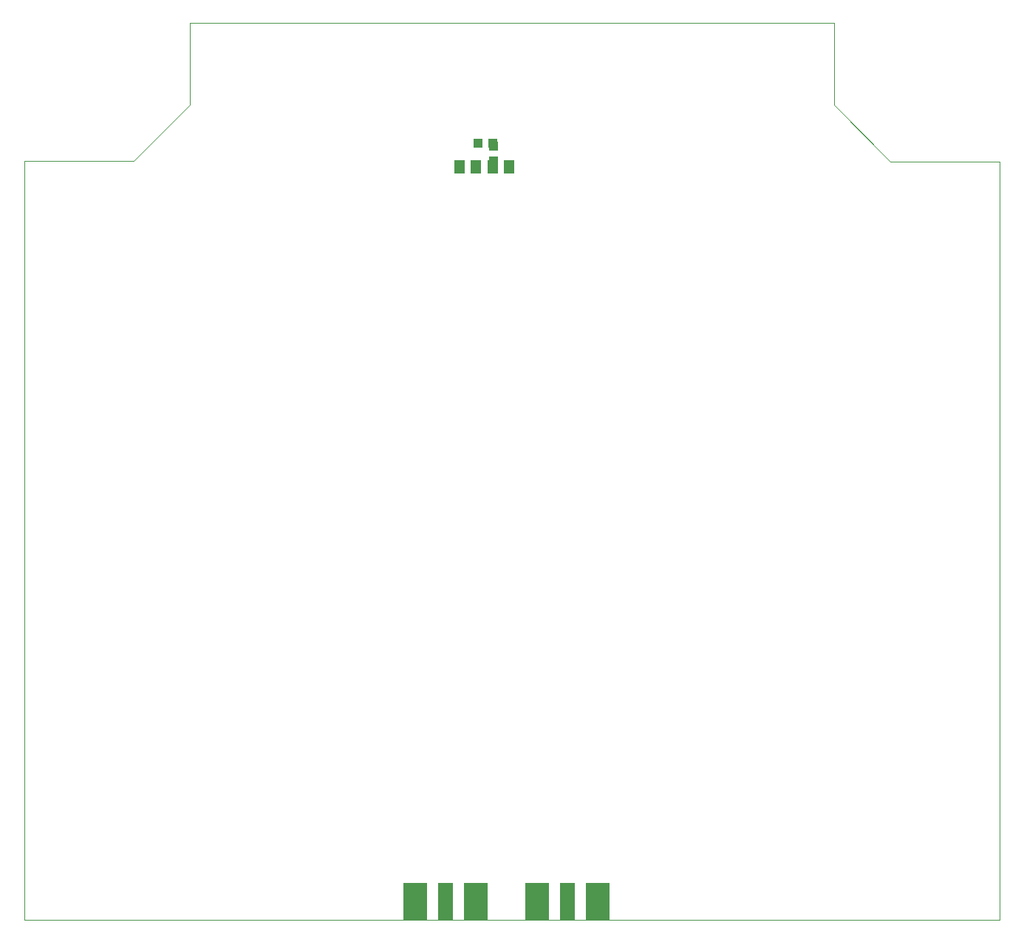
<source format=gbp>
G75*
%MOIN*%
%OFA0B0*%
%FSLAX24Y24*%
%IPPOS*%
%LPD*%
%AMOC8*
5,1,8,0,0,1.08239X$1,22.5*
%
%ADD10C,0.0000*%
%ADD11R,0.0700X0.1650*%
%ADD12R,0.1050X0.1650*%
%ADD13R,0.0512X0.0591*%
%ADD14R,0.0433X0.0394*%
%ADD15R,0.0394X0.0433*%
D10*
X004180Y003851D02*
X004180Y038101D01*
X009105Y038101D01*
X011655Y040651D01*
X011655Y044351D01*
X040705Y044351D01*
X040705Y040626D01*
X043255Y038076D01*
X048180Y038076D01*
X048180Y003851D01*
X004180Y003851D01*
X020980Y003851D02*
X025380Y003851D01*
X026480Y003851D02*
X030880Y003851D01*
D11*
X028680Y004683D03*
X023180Y004683D03*
D12*
X024556Y004683D03*
X021804Y004683D03*
X027304Y004683D03*
X030056Y004683D03*
D13*
X026054Y037851D03*
X025306Y037851D03*
X024554Y037851D03*
X023806Y037851D03*
D14*
X025330Y038116D03*
X025330Y038785D03*
D15*
X025315Y038901D03*
X024645Y038901D03*
M02*

</source>
